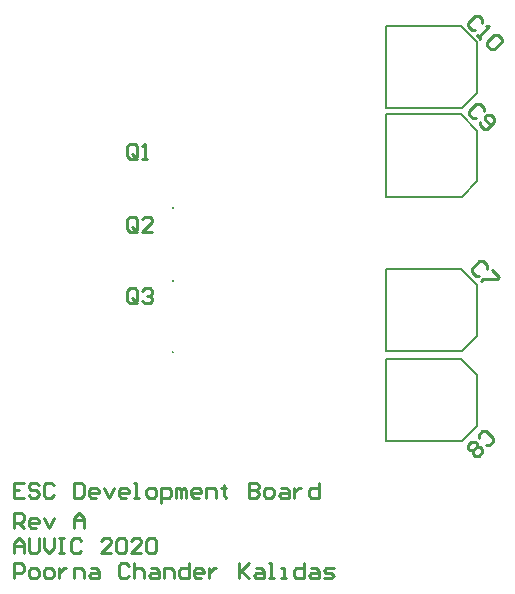
<source format=gto>
G04*
G04 #@! TF.GenerationSoftware,Altium Limited,Altium Designer,20.0.12 (288)*
G04*
G04 Layer_Color=65535*
%FSLAX25Y25*%
%MOIN*%
G70*
G01*
G75*
%ADD10C,0.00787*%
%ADD11C,0.01000*%
G36*
X208499Y230987D02*
X208577D01*
X208721Y231047D01*
X208832Y231158D01*
X208892Y231302D01*
Y231381D01*
Y231459D01*
X208832Y231604D01*
X208721Y231715D01*
X208577Y231774D01*
X208499D01*
X208420D01*
X208276Y231715D01*
X208165Y231604D01*
X208105Y231459D01*
Y231381D01*
Y231302D01*
X208165Y231158D01*
X208276Y231047D01*
X208420Y230987D01*
X208499D01*
D01*
D02*
G37*
G36*
Y254790D02*
X208577D01*
X208721Y254850D01*
X208832Y254961D01*
X208892Y255106D01*
Y255184D01*
Y255262D01*
X208832Y255407D01*
X208721Y255518D01*
X208577Y255578D01*
X208499D01*
X208420D01*
X208276Y255518D01*
X208165Y255407D01*
X208105Y255262D01*
Y255184D01*
Y255106D01*
X208165Y254961D01*
X208276Y254850D01*
X208420Y254790D01*
X208499D01*
D01*
D02*
G37*
G36*
Y279192D02*
X208577D01*
X208721Y279252D01*
X208832Y279363D01*
X208892Y279507D01*
Y279586D01*
Y279664D01*
X208832Y279808D01*
X208721Y279919D01*
X208577Y279979D01*
X208499D01*
X208420D01*
X208276Y279919D01*
X208165Y279808D01*
X208105Y279664D01*
Y279586D01*
Y279507D01*
X208165Y279363D01*
X208276Y279252D01*
X208420Y279192D01*
X208499D01*
D01*
D02*
G37*
D10*
X279646Y201720D02*
Y217075D01*
Y229279D01*
Y201720D02*
X304842D01*
X309961Y206839D01*
Y223768D01*
X279646Y229279D02*
X304449D01*
X309961Y223768D01*
X279646Y231720D02*
Y247075D01*
Y259279D01*
Y231720D02*
X304842D01*
X309961Y236839D01*
Y253768D01*
X279646Y259279D02*
X304449D01*
X309961Y253768D01*
X279646Y283221D02*
Y298575D01*
Y310780D01*
Y283221D02*
X304842D01*
X309961Y288339D01*
Y305268D01*
X279646Y310780D02*
X304449D01*
X309961Y305268D01*
X279646Y312720D02*
Y328075D01*
Y340280D01*
Y312720D02*
X304842D01*
X309961Y317839D01*
Y334768D01*
X279646Y340280D02*
X304449D01*
X309961Y334768D01*
D11*
X158832Y187859D02*
X155500D01*
Y182860D01*
X158832D01*
X155500Y185360D02*
X157166D01*
X163831Y187026D02*
X162998Y187859D01*
X161331D01*
X160498Y187026D01*
Y186193D01*
X161331Y185360D01*
X162998D01*
X163831Y184526D01*
Y183693D01*
X162998Y182860D01*
X161331D01*
X160498Y183693D01*
X168829Y187026D02*
X167996Y187859D01*
X166330D01*
X165497Y187026D01*
Y183693D01*
X166330Y182860D01*
X167996D01*
X168829Y183693D01*
X175494Y187859D02*
Y182860D01*
X177993D01*
X178826Y183693D01*
Y187026D01*
X177993Y187859D01*
X175494D01*
X182991Y182860D02*
X181325D01*
X180492Y183693D01*
Y185360D01*
X181325Y186193D01*
X182991D01*
X183824Y185360D01*
Y184526D01*
X180492D01*
X185490Y186193D02*
X187156Y182860D01*
X188822Y186193D01*
X192988Y182860D02*
X191322D01*
X190489Y183693D01*
Y185360D01*
X191322Y186193D01*
X192988D01*
X193821Y185360D01*
Y184526D01*
X190489D01*
X195487Y182860D02*
X197153D01*
X196320D01*
Y187859D01*
X195487D01*
X200485Y182860D02*
X202151D01*
X202985Y183693D01*
Y185360D01*
X202151Y186193D01*
X200485D01*
X199652Y185360D01*
Y183693D01*
X200485Y182860D01*
X204651Y181194D02*
Y186193D01*
X207150D01*
X207983Y185360D01*
Y183693D01*
X207150Y182860D01*
X204651D01*
X209649D02*
Y186193D01*
X210482D01*
X211315Y185360D01*
Y182860D01*
Y185360D01*
X212148Y186193D01*
X212981Y185360D01*
Y182860D01*
X217147D02*
X215481D01*
X214648Y183693D01*
Y185360D01*
X215481Y186193D01*
X217147D01*
X217980Y185360D01*
Y184526D01*
X214648D01*
X219646Y182860D02*
Y186193D01*
X222145D01*
X222978Y185360D01*
Y182860D01*
X225477Y187026D02*
Y186193D01*
X224644D01*
X226310D01*
X225477D01*
Y183693D01*
X226310Y182860D01*
X233808Y187859D02*
Y182860D01*
X236307D01*
X237140Y183693D01*
Y184526D01*
X236307Y185360D01*
X233808D01*
X236307D01*
X237140Y186193D01*
Y187026D01*
X236307Y187859D01*
X233808D01*
X239639Y182860D02*
X241305D01*
X242139Y183693D01*
Y185360D01*
X241305Y186193D01*
X239639D01*
X238806Y185360D01*
Y183693D01*
X239639Y182860D01*
X244638Y186193D02*
X246304D01*
X247137Y185360D01*
Y182860D01*
X244638D01*
X243805Y183693D01*
X244638Y184526D01*
X247137D01*
X248803Y186193D02*
Y182860D01*
Y184526D01*
X249636Y185360D01*
X250469Y186193D01*
X251302D01*
X257134Y187859D02*
Y182860D01*
X254634D01*
X253801Y183693D01*
Y185360D01*
X254634Y186193D01*
X257134D01*
X155500Y172796D02*
Y177795D01*
X157999D01*
X158832Y176961D01*
Y175295D01*
X157999Y174462D01*
X155500D01*
X157166D02*
X158832Y172796D01*
X162998D02*
X161331D01*
X160498Y173629D01*
Y175295D01*
X161331Y176128D01*
X162998D01*
X163831Y175295D01*
Y174462D01*
X160498D01*
X165497Y176128D02*
X167163Y172796D01*
X168829Y176128D01*
X175494Y172796D02*
Y176128D01*
X177160Y177795D01*
X178826Y176128D01*
Y172796D01*
Y175295D01*
X175494D01*
X155500Y164398D02*
Y167730D01*
X157166Y169396D01*
X158832Y167730D01*
Y164398D01*
Y166897D01*
X155500D01*
X160498Y169396D02*
Y165231D01*
X161331Y164398D01*
X162998D01*
X163831Y165231D01*
Y169396D01*
X165497D02*
Y166064D01*
X167163Y164398D01*
X168829Y166064D01*
Y169396D01*
X170495D02*
X172161D01*
X171328D01*
Y164398D01*
X170495D01*
X172161D01*
X177993Y168563D02*
X177160Y169396D01*
X175494D01*
X174661Y168563D01*
Y165231D01*
X175494Y164398D01*
X177160D01*
X177993Y165231D01*
X187989Y164398D02*
X184657D01*
X187989Y167730D01*
Y168563D01*
X187156Y169396D01*
X185490D01*
X184657Y168563D01*
X189656D02*
X190489Y169396D01*
X192155D01*
X192988Y168563D01*
Y165231D01*
X192155Y164398D01*
X190489D01*
X189656Y165231D01*
Y168563D01*
X197986Y164398D02*
X194654D01*
X197986Y167730D01*
Y168563D01*
X197153Y169396D01*
X195487D01*
X194654Y168563D01*
X199652D02*
X200485Y169396D01*
X202151D01*
X202985Y168563D01*
Y165231D01*
X202151Y164398D01*
X200485D01*
X199652Y165231D01*
Y168563D01*
X155500Y156000D02*
Y160998D01*
X157999D01*
X158832Y160165D01*
Y158499D01*
X157999Y157666D01*
X155500D01*
X161331Y156000D02*
X162998D01*
X163831Y156833D01*
Y158499D01*
X162998Y159332D01*
X161331D01*
X160498Y158499D01*
Y156833D01*
X161331Y156000D01*
X166330D02*
X167996D01*
X168829Y156833D01*
Y158499D01*
X167996Y159332D01*
X166330D01*
X165497Y158499D01*
Y156833D01*
X166330Y156000D01*
X170495Y159332D02*
Y156000D01*
Y157666D01*
X171328Y158499D01*
X172161Y159332D01*
X172994D01*
X175494Y156000D02*
Y159332D01*
X177993D01*
X178826Y158499D01*
Y156000D01*
X181325Y159332D02*
X182991D01*
X183824Y158499D01*
Y156000D01*
X181325D01*
X180492Y156833D01*
X181325Y157666D01*
X183824D01*
X193821Y160165D02*
X192988Y160998D01*
X191322D01*
X190489Y160165D01*
Y156833D01*
X191322Y156000D01*
X192988D01*
X193821Y156833D01*
X195487Y160998D02*
Y156000D01*
Y158499D01*
X196320Y159332D01*
X197986D01*
X198819Y158499D01*
Y156000D01*
X201319Y159332D02*
X202985D01*
X203818Y158499D01*
Y156000D01*
X201319D01*
X200485Y156833D01*
X201319Y157666D01*
X203818D01*
X205484Y156000D02*
Y159332D01*
X207983D01*
X208816Y158499D01*
Y156000D01*
X213814Y160998D02*
Y156000D01*
X211315D01*
X210482Y156833D01*
Y158499D01*
X211315Y159332D01*
X213814D01*
X217980Y156000D02*
X216314D01*
X215481Y156833D01*
Y158499D01*
X216314Y159332D01*
X217980D01*
X218813Y158499D01*
Y157666D01*
X215481D01*
X220479Y159332D02*
Y156000D01*
Y157666D01*
X221312Y158499D01*
X222145Y159332D01*
X222978D01*
X230476Y160998D02*
Y156000D01*
Y157666D01*
X233808Y160998D01*
X231309Y158499D01*
X233808Y156000D01*
X236307Y159332D02*
X237973D01*
X238806Y158499D01*
Y156000D01*
X236307D01*
X235474Y156833D01*
X236307Y157666D01*
X238806D01*
X240473Y156000D02*
X242139D01*
X241305D01*
Y160998D01*
X240473D01*
X244638Y156000D02*
X246304D01*
X245471D01*
Y159332D01*
X244638D01*
X252135Y160998D02*
Y156000D01*
X249636D01*
X248803Y156833D01*
Y158499D01*
X249636Y159332D01*
X252135D01*
X254634D02*
X256301D01*
X257134Y158499D01*
Y156000D01*
X254634D01*
X253801Y156833D01*
X254634Y157666D01*
X257134D01*
X258800Y156000D02*
X261299D01*
X262132Y156833D01*
X261299Y157666D01*
X259633D01*
X258800Y158499D01*
X259633Y159332D01*
X262132D01*
X196732Y296733D02*
Y300065D01*
X195899Y300898D01*
X194233D01*
X193400Y300065D01*
Y296733D01*
X194233Y295900D01*
X195899D01*
X195066Y297566D02*
X196732Y295900D01*
X195899D02*
X196732Y296733D01*
X198398Y295900D02*
X200064D01*
X199231D01*
Y300898D01*
X198398Y300065D01*
X196732Y248533D02*
Y251865D01*
X195899Y252698D01*
X194233D01*
X193400Y251865D01*
Y248533D01*
X194233Y247700D01*
X195899D01*
X195066Y249366D02*
X196732Y247700D01*
X195899D02*
X196732Y248533D01*
X198398Y251865D02*
X199231Y252698D01*
X200898D01*
X201731Y251865D01*
Y251032D01*
X200898Y250199D01*
X200064D01*
X200898D01*
X201731Y249366D01*
Y248533D01*
X200898Y247700D01*
X199231D01*
X198398Y248533D01*
X196732Y272333D02*
Y275665D01*
X195899Y276498D01*
X194233D01*
X193400Y275665D01*
Y272333D01*
X194233Y271500D01*
X195899D01*
X195066Y273166D02*
X196732Y271500D01*
X195899D02*
X196732Y272333D01*
X201731Y271500D02*
X198398D01*
X201731Y274832D01*
Y275665D01*
X200898Y276498D01*
X199231D01*
X198398Y275665D01*
X311616Y341240D02*
X311616Y342418D01*
X310438Y343596D01*
X309260D01*
X306904Y341240D01*
Y340062D01*
X308082Y338884D01*
X309260Y338884D01*
X309849Y337116D02*
X311027Y335938D01*
X310438Y336527D01*
X313973Y340062D01*
X312794D01*
X315740Y337116D02*
X316918D01*
X318096Y335938D01*
Y334760D01*
X315740Y332404D01*
X314562Y332404D01*
X313384Y333582D01*
Y334760D01*
X315740Y337116D01*
X312089Y311767D02*
X312089Y312945D01*
X310911Y314124D01*
X309733D01*
X307377Y311767D01*
Y310589D01*
X308555Y309411D01*
X309733Y309411D01*
X310911Y308233D02*
Y307055D01*
X312089Y305876D01*
X313267Y305876D01*
X315623Y308233D01*
X315623Y309411D01*
X314445Y310589D01*
X313267D01*
X312678Y310000D01*
X312678Y308822D01*
X314445Y307055D01*
X312767Y200411D02*
X313945Y200411D01*
X315124Y201589D01*
Y202767D01*
X312767Y205123D01*
X311589D01*
X310411Y203945D01*
X310411Y202767D01*
X311589Y199233D02*
Y198055D01*
X310411Y196877D01*
X309233Y196877D01*
X308644Y197466D01*
Y198644D01*
X307466D01*
X306876Y199233D01*
X306876Y200411D01*
X308055Y201589D01*
X309233D01*
X309822Y201000D01*
Y199822D01*
X311000Y199822D01*
X311589Y199233D01*
X309822Y199822D02*
X308644Y198644D01*
X313089Y259267D02*
X313089Y260445D01*
X311911Y261624D01*
X310733D01*
X308377Y259267D01*
Y258089D01*
X309555Y256911D01*
X310733Y256911D01*
X314856Y258678D02*
X317213Y256322D01*
X316623Y255733D01*
X311911D01*
X311322Y255144D01*
M02*

</source>
